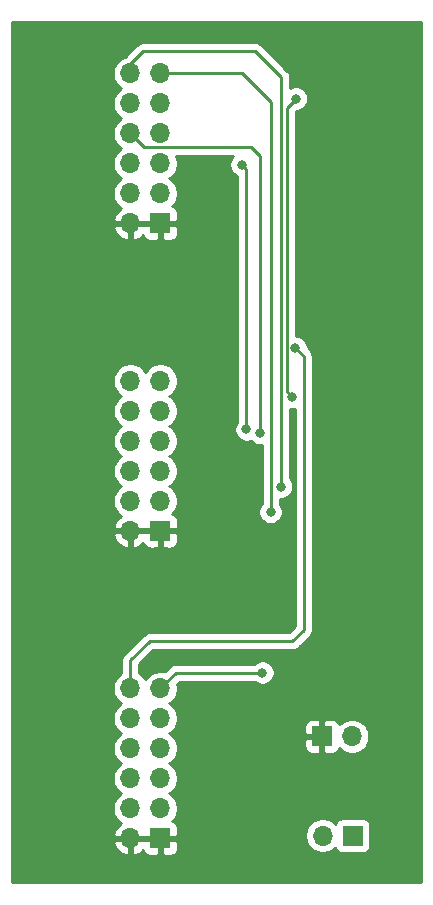
<source format=gbr>
%TF.GenerationSoftware,KiCad,Pcbnew,5.1.8-db9833491~88~ubuntu20.04.1*%
%TF.CreationDate,2020-12-04T12:29:55-05:00*%
%TF.ProjectId,lcd_pmod_breakout,6c63645f-706d-46f6-945f-627265616b6f,rev?*%
%TF.SameCoordinates,Original*%
%TF.FileFunction,Copper,L2,Bot*%
%TF.FilePolarity,Positive*%
%FSLAX46Y46*%
G04 Gerber Fmt 4.6, Leading zero omitted, Abs format (unit mm)*
G04 Created by KiCad (PCBNEW 5.1.8-db9833491~88~ubuntu20.04.1) date 2020-12-04 12:29:55*
%MOMM*%
%LPD*%
G01*
G04 APERTURE LIST*
%TA.AperFunction,ComponentPad*%
%ADD10R,1.700000X1.700000*%
%TD*%
%TA.AperFunction,ComponentPad*%
%ADD11O,1.700000X1.700000*%
%TD*%
%TA.AperFunction,ViaPad*%
%ADD12C,0.800000*%
%TD*%
%TA.AperFunction,Conductor*%
%ADD13C,0.250000*%
%TD*%
%TA.AperFunction,Conductor*%
%ADD14C,0.254000*%
%TD*%
%TA.AperFunction,Conductor*%
%ADD15C,0.100000*%
%TD*%
G04 APERTURE END LIST*
D10*
%TO.P,J1,1*%
%TO.N,+3.3VA*%
X94615000Y-97790000D03*
D11*
%TO.P,J1,2*%
X92075000Y-97790000D03*
%TO.P,J1,3*%
%TO.N,GND*%
X94615000Y-95250000D03*
%TO.P,J1,4*%
X92075000Y-95250000D03*
%TO.P,J1,5*%
%TO.N,/LED_R0*%
X94615000Y-92710000D03*
%TO.P,J1,6*%
%TO.N,/LCD_R1*%
X92075000Y-92710000D03*
%TO.P,J1,7*%
%TO.N,/LCD_R2*%
X94615000Y-90170000D03*
%TO.P,J1,8*%
%TO.N,/LCD_R3*%
X92075000Y-90170000D03*
%TO.P,J1,9*%
%TO.N,/LCD_R4*%
X94615000Y-87630000D03*
%TO.P,J1,10*%
%TO.N,/LCD_R5*%
X92075000Y-87630000D03*
%TO.P,J1,11*%
%TO.N,/LCD_CLK*%
X94615000Y-85090000D03*
%TO.P,J1,12*%
%TO.N,/LCD_DEN*%
X92075000Y-85090000D03*
%TD*%
%TO.P,J2,12*%
%TO.N,/LCD_VS*%
X92075000Y-33020000D03*
%TO.P,J2,11*%
%TO.N,/LCD_HS*%
X94615000Y-33020000D03*
%TO.P,J2,10*%
%TO.N,/LCD_G5*%
X92075000Y-35560000D03*
%TO.P,J2,9*%
%TO.N,/LCD_G4*%
X94615000Y-35560000D03*
%TO.P,J2,8*%
%TO.N,/LCD_G3*%
X92075000Y-38100000D03*
%TO.P,J2,7*%
%TO.N,/LED_G2*%
X94615000Y-38100000D03*
%TO.P,J2,6*%
%TO.N,/LED_B1*%
X92075000Y-40640000D03*
%TO.P,J2,5*%
%TO.N,/LED_G0*%
X94615000Y-40640000D03*
%TO.P,J2,4*%
%TO.N,GND*%
X92075000Y-43180000D03*
%TO.P,J2,3*%
X94615000Y-43180000D03*
%TO.P,J2,2*%
%TO.N,+3.3VA*%
X92075000Y-45720000D03*
D10*
%TO.P,J2,1*%
X94615000Y-45720000D03*
%TD*%
%TO.P,J3,1*%
%TO.N,+3.3VA*%
X94615000Y-71755000D03*
D11*
%TO.P,J3,2*%
X92075000Y-71755000D03*
%TO.P,J3,3*%
%TO.N,GND*%
X94615000Y-69215000D03*
%TO.P,J3,4*%
X92075000Y-69215000D03*
%TO.P,J3,5*%
%TO.N,/LED_B0*%
X94615000Y-66675000D03*
%TO.P,J3,6*%
%TO.N,/LCD_B1*%
X92075000Y-66675000D03*
%TO.P,J3,7*%
%TO.N,/LCD_B2*%
X94615000Y-64135000D03*
%TO.P,J3,8*%
%TO.N,/LCD_B3*%
X92075000Y-64135000D03*
%TO.P,J3,9*%
%TO.N,/LCD_B4*%
X94615000Y-61595000D03*
%TO.P,J3,10*%
%TO.N,/LCD_B5*%
X92075000Y-61595000D03*
%TO.P,J3,11*%
%TO.N,/LCD_REV*%
X94615000Y-59055000D03*
%TO.P,J3,12*%
%TO.N,/LCD_DISP*%
X92075000Y-59055000D03*
%TD*%
D10*
%TO.P,J4,1*%
%TO.N,+3V3*%
X110900000Y-97550000D03*
D11*
%TO.P,J4,2*%
%TO.N,GND*%
X108360000Y-97550000D03*
%TD*%
D10*
%TO.P,J6,1*%
%TO.N,+3.3VA*%
X108300000Y-89150000D03*
D11*
%TO.P,J6,2*%
%TO.N,+3V3*%
X110840000Y-89150000D03*
%TD*%
D12*
%TO.N,/LCD_CLK*%
X103250000Y-83750000D03*
%TO.N,/LCD_DEN*%
X106050000Y-56250000D03*
%TO.N,/LCD_VS*%
X104850000Y-68000000D03*
%TO.N,/LCD_HS*%
X103950000Y-70150000D03*
%TO.N,/LCD_G5*%
X105800000Y-60400000D03*
X106100000Y-35150000D03*
%TO.N,/LCD_G4*%
X101900000Y-63150000D03*
X101500000Y-40750000D03*
%TO.N,/LCD_G3*%
X103050000Y-63450000D03*
%TD*%
D13*
%TO.N,/LCD_CLK*%
X95955000Y-83750000D02*
X94615000Y-85090000D01*
X103250000Y-83750000D02*
X95955000Y-83750000D01*
%TO.N,/LCD_DEN*%
X92075000Y-85090000D02*
X92075000Y-82725000D01*
X92075000Y-82725000D02*
X93700000Y-81100000D01*
X93700000Y-81100000D02*
X105800000Y-81100000D01*
X105800000Y-81100000D02*
X106750000Y-80150000D01*
X106750000Y-80150000D02*
X106750000Y-62100000D01*
X106750000Y-62100000D02*
X106750000Y-56950000D01*
X106750000Y-56950000D02*
X106050000Y-56250000D01*
%TO.N,/LCD_VS*%
X92075000Y-32225000D02*
X92075000Y-33020000D01*
X93150000Y-31150000D02*
X92075000Y-32225000D01*
X102650000Y-31150000D02*
X93150000Y-31150000D01*
X104850000Y-33350000D02*
X102650000Y-31150000D01*
X104850000Y-68000000D02*
X104850000Y-33350000D01*
%TO.N,/LCD_HS*%
X103950000Y-70150000D02*
X103950000Y-35450000D01*
X101520000Y-33020000D02*
X94615000Y-33020000D01*
X103950000Y-35450000D02*
X101520000Y-33020000D01*
%TO.N,/LCD_G5*%
X105324999Y-59924999D02*
X105324999Y-35925001D01*
X105800000Y-60400000D02*
X105324999Y-59924999D01*
X105324999Y-35925001D02*
X106100000Y-35150000D01*
%TO.N,/LCD_G4*%
X101900000Y-63150000D02*
X101900000Y-41150000D01*
X101900000Y-41150000D02*
X101500000Y-40750000D01*
%TO.N,/LCD_G3*%
X103050000Y-63450000D02*
X103050000Y-40050000D01*
X93250001Y-39275001D02*
X92075000Y-38100000D01*
X102275001Y-39275001D02*
X93250001Y-39275001D01*
X103050000Y-40050000D02*
X102275001Y-39275001D01*
%TD*%
D14*
%TO.N,+3.3VA*%
X116713000Y-101473000D02*
X82042000Y-101473000D01*
X82042000Y-98146890D01*
X90633524Y-98146890D01*
X90678175Y-98294099D01*
X90803359Y-98556920D01*
X90977412Y-98790269D01*
X91193645Y-98985178D01*
X91443748Y-99134157D01*
X91718109Y-99231481D01*
X91948000Y-99110814D01*
X91948000Y-97917000D01*
X92202000Y-97917000D01*
X92202000Y-99110814D01*
X92431891Y-99231481D01*
X92706252Y-99134157D01*
X92956355Y-98985178D01*
X93152502Y-98808374D01*
X93175498Y-98884180D01*
X93234463Y-98994494D01*
X93313815Y-99091185D01*
X93410506Y-99170537D01*
X93520820Y-99229502D01*
X93640518Y-99265812D01*
X93765000Y-99278072D01*
X94329250Y-99275000D01*
X94488000Y-99116250D01*
X94488000Y-97917000D01*
X94742000Y-97917000D01*
X94742000Y-99116250D01*
X94900750Y-99275000D01*
X95465000Y-99278072D01*
X95589482Y-99265812D01*
X95709180Y-99229502D01*
X95819494Y-99170537D01*
X95916185Y-99091185D01*
X95995537Y-98994494D01*
X96054502Y-98884180D01*
X96090812Y-98764482D01*
X96103072Y-98640000D01*
X96100000Y-98075750D01*
X95941250Y-97917000D01*
X94742000Y-97917000D01*
X94488000Y-97917000D01*
X92202000Y-97917000D01*
X91948000Y-97917000D01*
X90754845Y-97917000D01*
X90633524Y-98146890D01*
X82042000Y-98146890D01*
X82042000Y-72111890D01*
X90633524Y-72111890D01*
X90678175Y-72259099D01*
X90803359Y-72521920D01*
X90977412Y-72755269D01*
X91193645Y-72950178D01*
X91443748Y-73099157D01*
X91718109Y-73196481D01*
X91948000Y-73075814D01*
X91948000Y-71882000D01*
X92202000Y-71882000D01*
X92202000Y-73075814D01*
X92431891Y-73196481D01*
X92706252Y-73099157D01*
X92956355Y-72950178D01*
X93152502Y-72773374D01*
X93175498Y-72849180D01*
X93234463Y-72959494D01*
X93313815Y-73056185D01*
X93410506Y-73135537D01*
X93520820Y-73194502D01*
X93640518Y-73230812D01*
X93765000Y-73243072D01*
X94329250Y-73240000D01*
X94488000Y-73081250D01*
X94488000Y-71882000D01*
X94742000Y-71882000D01*
X94742000Y-73081250D01*
X94900750Y-73240000D01*
X95465000Y-73243072D01*
X95589482Y-73230812D01*
X95709180Y-73194502D01*
X95819494Y-73135537D01*
X95916185Y-73056185D01*
X95995537Y-72959494D01*
X96054502Y-72849180D01*
X96090812Y-72729482D01*
X96103072Y-72605000D01*
X96100000Y-72040750D01*
X95941250Y-71882000D01*
X94742000Y-71882000D01*
X94488000Y-71882000D01*
X92202000Y-71882000D01*
X91948000Y-71882000D01*
X90754845Y-71882000D01*
X90633524Y-72111890D01*
X82042000Y-72111890D01*
X82042000Y-58908740D01*
X90590000Y-58908740D01*
X90590000Y-59201260D01*
X90647068Y-59488158D01*
X90759010Y-59758411D01*
X90921525Y-60001632D01*
X91128368Y-60208475D01*
X91302760Y-60325000D01*
X91128368Y-60441525D01*
X90921525Y-60648368D01*
X90759010Y-60891589D01*
X90647068Y-61161842D01*
X90590000Y-61448740D01*
X90590000Y-61741260D01*
X90647068Y-62028158D01*
X90759010Y-62298411D01*
X90921525Y-62541632D01*
X91128368Y-62748475D01*
X91302760Y-62865000D01*
X91128368Y-62981525D01*
X90921525Y-63188368D01*
X90759010Y-63431589D01*
X90647068Y-63701842D01*
X90590000Y-63988740D01*
X90590000Y-64281260D01*
X90647068Y-64568158D01*
X90759010Y-64838411D01*
X90921525Y-65081632D01*
X91128368Y-65288475D01*
X91302760Y-65405000D01*
X91128368Y-65521525D01*
X90921525Y-65728368D01*
X90759010Y-65971589D01*
X90647068Y-66241842D01*
X90590000Y-66528740D01*
X90590000Y-66821260D01*
X90647068Y-67108158D01*
X90759010Y-67378411D01*
X90921525Y-67621632D01*
X91128368Y-67828475D01*
X91302760Y-67945000D01*
X91128368Y-68061525D01*
X90921525Y-68268368D01*
X90759010Y-68511589D01*
X90647068Y-68781842D01*
X90590000Y-69068740D01*
X90590000Y-69361260D01*
X90647068Y-69648158D01*
X90759010Y-69918411D01*
X90921525Y-70161632D01*
X91128368Y-70368475D01*
X91310534Y-70490195D01*
X91193645Y-70559822D01*
X90977412Y-70754731D01*
X90803359Y-70988080D01*
X90678175Y-71250901D01*
X90633524Y-71398110D01*
X90754845Y-71628000D01*
X91948000Y-71628000D01*
X91948000Y-71608000D01*
X92202000Y-71608000D01*
X92202000Y-71628000D01*
X94488000Y-71628000D01*
X94488000Y-71608000D01*
X94742000Y-71608000D01*
X94742000Y-71628000D01*
X95941250Y-71628000D01*
X96100000Y-71469250D01*
X96103072Y-70905000D01*
X96090812Y-70780518D01*
X96054502Y-70660820D01*
X95995537Y-70550506D01*
X95916185Y-70453815D01*
X95819494Y-70374463D01*
X95709180Y-70315498D01*
X95636620Y-70293487D01*
X95768475Y-70161632D01*
X95930990Y-69918411D01*
X96042932Y-69648158D01*
X96100000Y-69361260D01*
X96100000Y-69068740D01*
X96042932Y-68781842D01*
X95930990Y-68511589D01*
X95768475Y-68268368D01*
X95561632Y-68061525D01*
X95387240Y-67945000D01*
X95561632Y-67828475D01*
X95768475Y-67621632D01*
X95930990Y-67378411D01*
X96042932Y-67108158D01*
X96100000Y-66821260D01*
X96100000Y-66528740D01*
X96042932Y-66241842D01*
X95930990Y-65971589D01*
X95768475Y-65728368D01*
X95561632Y-65521525D01*
X95387240Y-65405000D01*
X95561632Y-65288475D01*
X95768475Y-65081632D01*
X95930990Y-64838411D01*
X96042932Y-64568158D01*
X96100000Y-64281260D01*
X96100000Y-63988740D01*
X96042932Y-63701842D01*
X95930990Y-63431589D01*
X95768475Y-63188368D01*
X95561632Y-62981525D01*
X95387240Y-62865000D01*
X95561632Y-62748475D01*
X95768475Y-62541632D01*
X95930990Y-62298411D01*
X96042932Y-62028158D01*
X96100000Y-61741260D01*
X96100000Y-61448740D01*
X96042932Y-61161842D01*
X95930990Y-60891589D01*
X95768475Y-60648368D01*
X95561632Y-60441525D01*
X95387240Y-60325000D01*
X95561632Y-60208475D01*
X95768475Y-60001632D01*
X95930990Y-59758411D01*
X96042932Y-59488158D01*
X96100000Y-59201260D01*
X96100000Y-58908740D01*
X96042932Y-58621842D01*
X95930990Y-58351589D01*
X95768475Y-58108368D01*
X95561632Y-57901525D01*
X95318411Y-57739010D01*
X95048158Y-57627068D01*
X94761260Y-57570000D01*
X94468740Y-57570000D01*
X94181842Y-57627068D01*
X93911589Y-57739010D01*
X93668368Y-57901525D01*
X93461525Y-58108368D01*
X93345000Y-58282760D01*
X93228475Y-58108368D01*
X93021632Y-57901525D01*
X92778411Y-57739010D01*
X92508158Y-57627068D01*
X92221260Y-57570000D01*
X91928740Y-57570000D01*
X91641842Y-57627068D01*
X91371589Y-57739010D01*
X91128368Y-57901525D01*
X90921525Y-58108368D01*
X90759010Y-58351589D01*
X90647068Y-58621842D01*
X90590000Y-58908740D01*
X82042000Y-58908740D01*
X82042000Y-46076890D01*
X90633524Y-46076890D01*
X90678175Y-46224099D01*
X90803359Y-46486920D01*
X90977412Y-46720269D01*
X91193645Y-46915178D01*
X91443748Y-47064157D01*
X91718109Y-47161481D01*
X91948000Y-47040814D01*
X91948000Y-45847000D01*
X92202000Y-45847000D01*
X92202000Y-47040814D01*
X92431891Y-47161481D01*
X92706252Y-47064157D01*
X92956355Y-46915178D01*
X93152502Y-46738374D01*
X93175498Y-46814180D01*
X93234463Y-46924494D01*
X93313815Y-47021185D01*
X93410506Y-47100537D01*
X93520820Y-47159502D01*
X93640518Y-47195812D01*
X93765000Y-47208072D01*
X94329250Y-47205000D01*
X94488000Y-47046250D01*
X94488000Y-45847000D01*
X94742000Y-45847000D01*
X94742000Y-47046250D01*
X94900750Y-47205000D01*
X95465000Y-47208072D01*
X95589482Y-47195812D01*
X95709180Y-47159502D01*
X95819494Y-47100537D01*
X95916185Y-47021185D01*
X95995537Y-46924494D01*
X96054502Y-46814180D01*
X96090812Y-46694482D01*
X96103072Y-46570000D01*
X96100000Y-46005750D01*
X95941250Y-45847000D01*
X94742000Y-45847000D01*
X94488000Y-45847000D01*
X92202000Y-45847000D01*
X91948000Y-45847000D01*
X90754845Y-45847000D01*
X90633524Y-46076890D01*
X82042000Y-46076890D01*
X82042000Y-32873740D01*
X90590000Y-32873740D01*
X90590000Y-33166260D01*
X90647068Y-33453158D01*
X90759010Y-33723411D01*
X90921525Y-33966632D01*
X91128368Y-34173475D01*
X91302760Y-34290000D01*
X91128368Y-34406525D01*
X90921525Y-34613368D01*
X90759010Y-34856589D01*
X90647068Y-35126842D01*
X90590000Y-35413740D01*
X90590000Y-35706260D01*
X90647068Y-35993158D01*
X90759010Y-36263411D01*
X90921525Y-36506632D01*
X91128368Y-36713475D01*
X91302760Y-36830000D01*
X91128368Y-36946525D01*
X90921525Y-37153368D01*
X90759010Y-37396589D01*
X90647068Y-37666842D01*
X90590000Y-37953740D01*
X90590000Y-38246260D01*
X90647068Y-38533158D01*
X90759010Y-38803411D01*
X90921525Y-39046632D01*
X91128368Y-39253475D01*
X91302760Y-39370000D01*
X91128368Y-39486525D01*
X90921525Y-39693368D01*
X90759010Y-39936589D01*
X90647068Y-40206842D01*
X90590000Y-40493740D01*
X90590000Y-40786260D01*
X90647068Y-41073158D01*
X90759010Y-41343411D01*
X90921525Y-41586632D01*
X91128368Y-41793475D01*
X91302760Y-41910000D01*
X91128368Y-42026525D01*
X90921525Y-42233368D01*
X90759010Y-42476589D01*
X90647068Y-42746842D01*
X90590000Y-43033740D01*
X90590000Y-43326260D01*
X90647068Y-43613158D01*
X90759010Y-43883411D01*
X90921525Y-44126632D01*
X91128368Y-44333475D01*
X91310534Y-44455195D01*
X91193645Y-44524822D01*
X90977412Y-44719731D01*
X90803359Y-44953080D01*
X90678175Y-45215901D01*
X90633524Y-45363110D01*
X90754845Y-45593000D01*
X91948000Y-45593000D01*
X91948000Y-45573000D01*
X92202000Y-45573000D01*
X92202000Y-45593000D01*
X94488000Y-45593000D01*
X94488000Y-45573000D01*
X94742000Y-45573000D01*
X94742000Y-45593000D01*
X95941250Y-45593000D01*
X96100000Y-45434250D01*
X96103072Y-44870000D01*
X96090812Y-44745518D01*
X96054502Y-44625820D01*
X95995537Y-44515506D01*
X95916185Y-44418815D01*
X95819494Y-44339463D01*
X95709180Y-44280498D01*
X95636620Y-44258487D01*
X95768475Y-44126632D01*
X95930990Y-43883411D01*
X96042932Y-43613158D01*
X96100000Y-43326260D01*
X96100000Y-43033740D01*
X96042932Y-42746842D01*
X95930990Y-42476589D01*
X95768475Y-42233368D01*
X95561632Y-42026525D01*
X95387240Y-41910000D01*
X95561632Y-41793475D01*
X95768475Y-41586632D01*
X95930990Y-41343411D01*
X96042932Y-41073158D01*
X96100000Y-40786260D01*
X96100000Y-40493740D01*
X96042932Y-40206842D01*
X95971753Y-40035001D01*
X100751288Y-40035001D01*
X100696063Y-40090226D01*
X100582795Y-40259744D01*
X100504774Y-40448102D01*
X100465000Y-40648061D01*
X100465000Y-40851939D01*
X100504774Y-41051898D01*
X100582795Y-41240256D01*
X100696063Y-41409774D01*
X100840226Y-41553937D01*
X101009744Y-41667205D01*
X101140001Y-41721160D01*
X101140000Y-62446289D01*
X101096063Y-62490226D01*
X100982795Y-62659744D01*
X100904774Y-62848102D01*
X100865000Y-63048061D01*
X100865000Y-63251939D01*
X100904774Y-63451898D01*
X100982795Y-63640256D01*
X101096063Y-63809774D01*
X101240226Y-63953937D01*
X101409744Y-64067205D01*
X101598102Y-64145226D01*
X101798061Y-64185000D01*
X102001939Y-64185000D01*
X102201898Y-64145226D01*
X102258196Y-64121907D01*
X102390226Y-64253937D01*
X102559744Y-64367205D01*
X102748102Y-64445226D01*
X102948061Y-64485000D01*
X103151939Y-64485000D01*
X103190000Y-64477429D01*
X103190000Y-69446289D01*
X103146063Y-69490226D01*
X103032795Y-69659744D01*
X102954774Y-69848102D01*
X102915000Y-70048061D01*
X102915000Y-70251939D01*
X102954774Y-70451898D01*
X103032795Y-70640256D01*
X103146063Y-70809774D01*
X103290226Y-70953937D01*
X103459744Y-71067205D01*
X103648102Y-71145226D01*
X103848061Y-71185000D01*
X104051939Y-71185000D01*
X104251898Y-71145226D01*
X104440256Y-71067205D01*
X104609774Y-70953937D01*
X104753937Y-70809774D01*
X104867205Y-70640256D01*
X104945226Y-70451898D01*
X104985000Y-70251939D01*
X104985000Y-70048061D01*
X104945226Y-69848102D01*
X104867205Y-69659744D01*
X104753937Y-69490226D01*
X104710000Y-69446289D01*
X104710000Y-69027429D01*
X104748061Y-69035000D01*
X104951939Y-69035000D01*
X105151898Y-68995226D01*
X105340256Y-68917205D01*
X105509774Y-68803937D01*
X105653937Y-68659774D01*
X105767205Y-68490256D01*
X105845226Y-68301898D01*
X105885000Y-68101939D01*
X105885000Y-67898061D01*
X105845226Y-67698102D01*
X105767205Y-67509744D01*
X105653937Y-67340226D01*
X105610000Y-67296289D01*
X105610000Y-61417484D01*
X105698061Y-61435000D01*
X105901939Y-61435000D01*
X105990000Y-61417484D01*
X105990000Y-62137332D01*
X105990001Y-62137342D01*
X105990000Y-79835198D01*
X105485199Y-80340000D01*
X93737322Y-80340000D01*
X93699999Y-80336324D01*
X93662676Y-80340000D01*
X93662667Y-80340000D01*
X93551014Y-80350997D01*
X93407753Y-80394454D01*
X93275723Y-80465026D01*
X93192083Y-80533668D01*
X93159999Y-80559999D01*
X93136201Y-80588997D01*
X91563998Y-82161201D01*
X91535000Y-82184999D01*
X91511202Y-82213997D01*
X91511201Y-82213998D01*
X91440026Y-82300724D01*
X91369454Y-82432754D01*
X91325998Y-82576015D01*
X91311324Y-82725000D01*
X91315001Y-82762332D01*
X91315001Y-83811821D01*
X91128368Y-83936525D01*
X90921525Y-84143368D01*
X90759010Y-84386589D01*
X90647068Y-84656842D01*
X90590000Y-84943740D01*
X90590000Y-85236260D01*
X90647068Y-85523158D01*
X90759010Y-85793411D01*
X90921525Y-86036632D01*
X91128368Y-86243475D01*
X91302760Y-86360000D01*
X91128368Y-86476525D01*
X90921525Y-86683368D01*
X90759010Y-86926589D01*
X90647068Y-87196842D01*
X90590000Y-87483740D01*
X90590000Y-87776260D01*
X90647068Y-88063158D01*
X90759010Y-88333411D01*
X90921525Y-88576632D01*
X91128368Y-88783475D01*
X91302760Y-88900000D01*
X91128368Y-89016525D01*
X90921525Y-89223368D01*
X90759010Y-89466589D01*
X90647068Y-89736842D01*
X90590000Y-90023740D01*
X90590000Y-90316260D01*
X90647068Y-90603158D01*
X90759010Y-90873411D01*
X90921525Y-91116632D01*
X91128368Y-91323475D01*
X91302760Y-91440000D01*
X91128368Y-91556525D01*
X90921525Y-91763368D01*
X90759010Y-92006589D01*
X90647068Y-92276842D01*
X90590000Y-92563740D01*
X90590000Y-92856260D01*
X90647068Y-93143158D01*
X90759010Y-93413411D01*
X90921525Y-93656632D01*
X91128368Y-93863475D01*
X91302760Y-93980000D01*
X91128368Y-94096525D01*
X90921525Y-94303368D01*
X90759010Y-94546589D01*
X90647068Y-94816842D01*
X90590000Y-95103740D01*
X90590000Y-95396260D01*
X90647068Y-95683158D01*
X90759010Y-95953411D01*
X90921525Y-96196632D01*
X91128368Y-96403475D01*
X91310534Y-96525195D01*
X91193645Y-96594822D01*
X90977412Y-96789731D01*
X90803359Y-97023080D01*
X90678175Y-97285901D01*
X90633524Y-97433110D01*
X90754845Y-97663000D01*
X91948000Y-97663000D01*
X91948000Y-97643000D01*
X92202000Y-97643000D01*
X92202000Y-97663000D01*
X94488000Y-97663000D01*
X94488000Y-97643000D01*
X94742000Y-97643000D01*
X94742000Y-97663000D01*
X95941250Y-97663000D01*
X96100000Y-97504250D01*
X96100547Y-97403740D01*
X106875000Y-97403740D01*
X106875000Y-97696260D01*
X106932068Y-97983158D01*
X107044010Y-98253411D01*
X107206525Y-98496632D01*
X107413368Y-98703475D01*
X107656589Y-98865990D01*
X107926842Y-98977932D01*
X108213740Y-99035000D01*
X108506260Y-99035000D01*
X108793158Y-98977932D01*
X109063411Y-98865990D01*
X109306632Y-98703475D01*
X109438487Y-98571620D01*
X109460498Y-98644180D01*
X109519463Y-98754494D01*
X109598815Y-98851185D01*
X109695506Y-98930537D01*
X109805820Y-98989502D01*
X109925518Y-99025812D01*
X110050000Y-99038072D01*
X111750000Y-99038072D01*
X111874482Y-99025812D01*
X111994180Y-98989502D01*
X112104494Y-98930537D01*
X112201185Y-98851185D01*
X112280537Y-98754494D01*
X112339502Y-98644180D01*
X112375812Y-98524482D01*
X112388072Y-98400000D01*
X112388072Y-96700000D01*
X112375812Y-96575518D01*
X112339502Y-96455820D01*
X112280537Y-96345506D01*
X112201185Y-96248815D01*
X112104494Y-96169463D01*
X111994180Y-96110498D01*
X111874482Y-96074188D01*
X111750000Y-96061928D01*
X110050000Y-96061928D01*
X109925518Y-96074188D01*
X109805820Y-96110498D01*
X109695506Y-96169463D01*
X109598815Y-96248815D01*
X109519463Y-96345506D01*
X109460498Y-96455820D01*
X109438487Y-96528380D01*
X109306632Y-96396525D01*
X109063411Y-96234010D01*
X108793158Y-96122068D01*
X108506260Y-96065000D01*
X108213740Y-96065000D01*
X107926842Y-96122068D01*
X107656589Y-96234010D01*
X107413368Y-96396525D01*
X107206525Y-96603368D01*
X107044010Y-96846589D01*
X106932068Y-97116842D01*
X106875000Y-97403740D01*
X96100547Y-97403740D01*
X96103072Y-96940000D01*
X96090812Y-96815518D01*
X96054502Y-96695820D01*
X95995537Y-96585506D01*
X95916185Y-96488815D01*
X95819494Y-96409463D01*
X95709180Y-96350498D01*
X95636620Y-96328487D01*
X95768475Y-96196632D01*
X95930990Y-95953411D01*
X96042932Y-95683158D01*
X96100000Y-95396260D01*
X96100000Y-95103740D01*
X96042932Y-94816842D01*
X95930990Y-94546589D01*
X95768475Y-94303368D01*
X95561632Y-94096525D01*
X95387240Y-93980000D01*
X95561632Y-93863475D01*
X95768475Y-93656632D01*
X95930990Y-93413411D01*
X96042932Y-93143158D01*
X96100000Y-92856260D01*
X96100000Y-92563740D01*
X96042932Y-92276842D01*
X95930990Y-92006589D01*
X95768475Y-91763368D01*
X95561632Y-91556525D01*
X95387240Y-91440000D01*
X95561632Y-91323475D01*
X95768475Y-91116632D01*
X95930990Y-90873411D01*
X96042932Y-90603158D01*
X96100000Y-90316260D01*
X96100000Y-90023740D01*
X96095278Y-90000000D01*
X106811928Y-90000000D01*
X106824188Y-90124482D01*
X106860498Y-90244180D01*
X106919463Y-90354494D01*
X106998815Y-90451185D01*
X107095506Y-90530537D01*
X107205820Y-90589502D01*
X107325518Y-90625812D01*
X107450000Y-90638072D01*
X108014250Y-90635000D01*
X108173000Y-90476250D01*
X108173000Y-89277000D01*
X106973750Y-89277000D01*
X106815000Y-89435750D01*
X106811928Y-90000000D01*
X96095278Y-90000000D01*
X96042932Y-89736842D01*
X95930990Y-89466589D01*
X95768475Y-89223368D01*
X95561632Y-89016525D01*
X95387240Y-88900000D01*
X95561632Y-88783475D01*
X95768475Y-88576632D01*
X95930990Y-88333411D01*
X95944829Y-88300000D01*
X106811928Y-88300000D01*
X106815000Y-88864250D01*
X106973750Y-89023000D01*
X108173000Y-89023000D01*
X108173000Y-87823750D01*
X108427000Y-87823750D01*
X108427000Y-89023000D01*
X108447000Y-89023000D01*
X108447000Y-89277000D01*
X108427000Y-89277000D01*
X108427000Y-90476250D01*
X108585750Y-90635000D01*
X109150000Y-90638072D01*
X109274482Y-90625812D01*
X109394180Y-90589502D01*
X109504494Y-90530537D01*
X109601185Y-90451185D01*
X109680537Y-90354494D01*
X109739502Y-90244180D01*
X109761513Y-90171620D01*
X109893368Y-90303475D01*
X110136589Y-90465990D01*
X110406842Y-90577932D01*
X110693740Y-90635000D01*
X110986260Y-90635000D01*
X111273158Y-90577932D01*
X111543411Y-90465990D01*
X111786632Y-90303475D01*
X111993475Y-90096632D01*
X112155990Y-89853411D01*
X112267932Y-89583158D01*
X112325000Y-89296260D01*
X112325000Y-89003740D01*
X112267932Y-88716842D01*
X112155990Y-88446589D01*
X111993475Y-88203368D01*
X111786632Y-87996525D01*
X111543411Y-87834010D01*
X111273158Y-87722068D01*
X110986260Y-87665000D01*
X110693740Y-87665000D01*
X110406842Y-87722068D01*
X110136589Y-87834010D01*
X109893368Y-87996525D01*
X109761513Y-88128380D01*
X109739502Y-88055820D01*
X109680537Y-87945506D01*
X109601185Y-87848815D01*
X109504494Y-87769463D01*
X109394180Y-87710498D01*
X109274482Y-87674188D01*
X109150000Y-87661928D01*
X108585750Y-87665000D01*
X108427000Y-87823750D01*
X108173000Y-87823750D01*
X108014250Y-87665000D01*
X107450000Y-87661928D01*
X107325518Y-87674188D01*
X107205820Y-87710498D01*
X107095506Y-87769463D01*
X106998815Y-87848815D01*
X106919463Y-87945506D01*
X106860498Y-88055820D01*
X106824188Y-88175518D01*
X106811928Y-88300000D01*
X95944829Y-88300000D01*
X96042932Y-88063158D01*
X96100000Y-87776260D01*
X96100000Y-87483740D01*
X96042932Y-87196842D01*
X95930990Y-86926589D01*
X95768475Y-86683368D01*
X95561632Y-86476525D01*
X95387240Y-86360000D01*
X95561632Y-86243475D01*
X95768475Y-86036632D01*
X95930990Y-85793411D01*
X96042932Y-85523158D01*
X96100000Y-85236260D01*
X96100000Y-84943740D01*
X96056210Y-84723592D01*
X96269802Y-84510000D01*
X102546289Y-84510000D01*
X102590226Y-84553937D01*
X102759744Y-84667205D01*
X102948102Y-84745226D01*
X103148061Y-84785000D01*
X103351939Y-84785000D01*
X103551898Y-84745226D01*
X103740256Y-84667205D01*
X103909774Y-84553937D01*
X104053937Y-84409774D01*
X104167205Y-84240256D01*
X104245226Y-84051898D01*
X104285000Y-83851939D01*
X104285000Y-83648061D01*
X104245226Y-83448102D01*
X104167205Y-83259744D01*
X104053937Y-83090226D01*
X103909774Y-82946063D01*
X103740256Y-82832795D01*
X103551898Y-82754774D01*
X103351939Y-82715000D01*
X103148061Y-82715000D01*
X102948102Y-82754774D01*
X102759744Y-82832795D01*
X102590226Y-82946063D01*
X102546289Y-82990000D01*
X95992322Y-82990000D01*
X95954999Y-82986324D01*
X95917676Y-82990000D01*
X95917667Y-82990000D01*
X95806014Y-83000997D01*
X95662753Y-83044454D01*
X95530724Y-83115026D01*
X95414999Y-83209999D01*
X95391201Y-83238997D01*
X94981408Y-83648790D01*
X94761260Y-83605000D01*
X94468740Y-83605000D01*
X94181842Y-83662068D01*
X93911589Y-83774010D01*
X93668368Y-83936525D01*
X93461525Y-84143368D01*
X93345000Y-84317760D01*
X93228475Y-84143368D01*
X93021632Y-83936525D01*
X92835000Y-83811822D01*
X92835000Y-83039801D01*
X94014802Y-81860000D01*
X105762678Y-81860000D01*
X105800000Y-81863676D01*
X105837322Y-81860000D01*
X105837333Y-81860000D01*
X105948986Y-81849003D01*
X106092247Y-81805546D01*
X106224276Y-81734974D01*
X106340001Y-81640001D01*
X106363804Y-81610998D01*
X107261004Y-80713798D01*
X107290001Y-80690001D01*
X107316332Y-80657917D01*
X107384974Y-80574277D01*
X107455546Y-80442247D01*
X107455546Y-80442246D01*
X107499003Y-80298986D01*
X107510000Y-80187333D01*
X107510000Y-80187323D01*
X107513676Y-80150000D01*
X107510000Y-80112677D01*
X107510000Y-56987322D01*
X107513676Y-56949999D01*
X107510000Y-56912676D01*
X107510000Y-56912667D01*
X107499003Y-56801014D01*
X107455546Y-56657753D01*
X107384974Y-56525724D01*
X107371811Y-56509685D01*
X107313799Y-56438996D01*
X107313795Y-56438992D01*
X107290001Y-56409999D01*
X107261008Y-56386205D01*
X107085000Y-56210198D01*
X107085000Y-56148061D01*
X107045226Y-55948102D01*
X106967205Y-55759744D01*
X106853937Y-55590226D01*
X106709774Y-55446063D01*
X106540256Y-55332795D01*
X106351898Y-55254774D01*
X106151939Y-55215000D01*
X106084999Y-55215000D01*
X106084999Y-36239802D01*
X106139801Y-36185000D01*
X106201939Y-36185000D01*
X106401898Y-36145226D01*
X106590256Y-36067205D01*
X106759774Y-35953937D01*
X106903937Y-35809774D01*
X107017205Y-35640256D01*
X107095226Y-35451898D01*
X107135000Y-35251939D01*
X107135000Y-35048061D01*
X107095226Y-34848102D01*
X107017205Y-34659744D01*
X106903937Y-34490226D01*
X106759774Y-34346063D01*
X106590256Y-34232795D01*
X106401898Y-34154774D01*
X106201939Y-34115000D01*
X105998061Y-34115000D01*
X105798102Y-34154774D01*
X105610000Y-34232689D01*
X105610000Y-33387323D01*
X105613676Y-33350000D01*
X105610000Y-33312677D01*
X105610000Y-33312667D01*
X105599003Y-33201014D01*
X105555546Y-33057753D01*
X105484974Y-32925724D01*
X105390001Y-32809999D01*
X105361003Y-32786201D01*
X103213804Y-30639003D01*
X103190001Y-30609999D01*
X103074276Y-30515026D01*
X102942247Y-30444454D01*
X102798986Y-30400997D01*
X102687333Y-30390000D01*
X102687322Y-30390000D01*
X102650000Y-30386324D01*
X102612678Y-30390000D01*
X93187333Y-30390000D01*
X93150000Y-30386323D01*
X93112667Y-30390000D01*
X93001014Y-30400997D01*
X92857753Y-30444454D01*
X92725724Y-30515026D01*
X92609999Y-30609999D01*
X92586201Y-30638997D01*
X91626971Y-31598228D01*
X91371589Y-31704010D01*
X91128368Y-31866525D01*
X90921525Y-32073368D01*
X90759010Y-32316589D01*
X90647068Y-32586842D01*
X90590000Y-32873740D01*
X82042000Y-32873740D01*
X82042000Y-28702000D01*
X116713000Y-28702000D01*
X116713000Y-101473000D01*
%TA.AperFunction,Conductor*%
D15*
G36*
X116713000Y-101473000D02*
G01*
X82042000Y-101473000D01*
X82042000Y-98146890D01*
X90633524Y-98146890D01*
X90678175Y-98294099D01*
X90803359Y-98556920D01*
X90977412Y-98790269D01*
X91193645Y-98985178D01*
X91443748Y-99134157D01*
X91718109Y-99231481D01*
X91948000Y-99110814D01*
X91948000Y-97917000D01*
X92202000Y-97917000D01*
X92202000Y-99110814D01*
X92431891Y-99231481D01*
X92706252Y-99134157D01*
X92956355Y-98985178D01*
X93152502Y-98808374D01*
X93175498Y-98884180D01*
X93234463Y-98994494D01*
X93313815Y-99091185D01*
X93410506Y-99170537D01*
X93520820Y-99229502D01*
X93640518Y-99265812D01*
X93765000Y-99278072D01*
X94329250Y-99275000D01*
X94488000Y-99116250D01*
X94488000Y-97917000D01*
X94742000Y-97917000D01*
X94742000Y-99116250D01*
X94900750Y-99275000D01*
X95465000Y-99278072D01*
X95589482Y-99265812D01*
X95709180Y-99229502D01*
X95819494Y-99170537D01*
X95916185Y-99091185D01*
X95995537Y-98994494D01*
X96054502Y-98884180D01*
X96090812Y-98764482D01*
X96103072Y-98640000D01*
X96100000Y-98075750D01*
X95941250Y-97917000D01*
X94742000Y-97917000D01*
X94488000Y-97917000D01*
X92202000Y-97917000D01*
X91948000Y-97917000D01*
X90754845Y-97917000D01*
X90633524Y-98146890D01*
X82042000Y-98146890D01*
X82042000Y-72111890D01*
X90633524Y-72111890D01*
X90678175Y-72259099D01*
X90803359Y-72521920D01*
X90977412Y-72755269D01*
X91193645Y-72950178D01*
X91443748Y-73099157D01*
X91718109Y-73196481D01*
X91948000Y-73075814D01*
X91948000Y-71882000D01*
X92202000Y-71882000D01*
X92202000Y-73075814D01*
X92431891Y-73196481D01*
X92706252Y-73099157D01*
X92956355Y-72950178D01*
X93152502Y-72773374D01*
X93175498Y-72849180D01*
X93234463Y-72959494D01*
X93313815Y-73056185D01*
X93410506Y-73135537D01*
X93520820Y-73194502D01*
X93640518Y-73230812D01*
X93765000Y-73243072D01*
X94329250Y-73240000D01*
X94488000Y-73081250D01*
X94488000Y-71882000D01*
X94742000Y-71882000D01*
X94742000Y-73081250D01*
X94900750Y-73240000D01*
X95465000Y-73243072D01*
X95589482Y-73230812D01*
X95709180Y-73194502D01*
X95819494Y-73135537D01*
X95916185Y-73056185D01*
X95995537Y-72959494D01*
X96054502Y-72849180D01*
X96090812Y-72729482D01*
X96103072Y-72605000D01*
X96100000Y-72040750D01*
X95941250Y-71882000D01*
X94742000Y-71882000D01*
X94488000Y-71882000D01*
X92202000Y-71882000D01*
X91948000Y-71882000D01*
X90754845Y-71882000D01*
X90633524Y-72111890D01*
X82042000Y-72111890D01*
X82042000Y-58908740D01*
X90590000Y-58908740D01*
X90590000Y-59201260D01*
X90647068Y-59488158D01*
X90759010Y-59758411D01*
X90921525Y-60001632D01*
X91128368Y-60208475D01*
X91302760Y-60325000D01*
X91128368Y-60441525D01*
X90921525Y-60648368D01*
X90759010Y-60891589D01*
X90647068Y-61161842D01*
X90590000Y-61448740D01*
X90590000Y-61741260D01*
X90647068Y-62028158D01*
X90759010Y-62298411D01*
X90921525Y-62541632D01*
X91128368Y-62748475D01*
X91302760Y-62865000D01*
X91128368Y-62981525D01*
X90921525Y-63188368D01*
X90759010Y-63431589D01*
X90647068Y-63701842D01*
X90590000Y-63988740D01*
X90590000Y-64281260D01*
X90647068Y-64568158D01*
X90759010Y-64838411D01*
X90921525Y-65081632D01*
X91128368Y-65288475D01*
X91302760Y-65405000D01*
X91128368Y-65521525D01*
X90921525Y-65728368D01*
X90759010Y-65971589D01*
X90647068Y-66241842D01*
X90590000Y-66528740D01*
X90590000Y-66821260D01*
X90647068Y-67108158D01*
X90759010Y-67378411D01*
X90921525Y-67621632D01*
X91128368Y-67828475D01*
X91302760Y-67945000D01*
X91128368Y-68061525D01*
X90921525Y-68268368D01*
X90759010Y-68511589D01*
X90647068Y-68781842D01*
X90590000Y-69068740D01*
X90590000Y-69361260D01*
X90647068Y-69648158D01*
X90759010Y-69918411D01*
X90921525Y-70161632D01*
X91128368Y-70368475D01*
X91310534Y-70490195D01*
X91193645Y-70559822D01*
X90977412Y-70754731D01*
X90803359Y-70988080D01*
X90678175Y-71250901D01*
X90633524Y-71398110D01*
X90754845Y-71628000D01*
X91948000Y-71628000D01*
X91948000Y-71608000D01*
X92202000Y-71608000D01*
X92202000Y-71628000D01*
X94488000Y-71628000D01*
X94488000Y-71608000D01*
X94742000Y-71608000D01*
X94742000Y-71628000D01*
X95941250Y-71628000D01*
X96100000Y-71469250D01*
X96103072Y-70905000D01*
X96090812Y-70780518D01*
X96054502Y-70660820D01*
X95995537Y-70550506D01*
X95916185Y-70453815D01*
X95819494Y-70374463D01*
X95709180Y-70315498D01*
X95636620Y-70293487D01*
X95768475Y-70161632D01*
X95930990Y-69918411D01*
X96042932Y-69648158D01*
X96100000Y-69361260D01*
X96100000Y-69068740D01*
X96042932Y-68781842D01*
X95930990Y-68511589D01*
X95768475Y-68268368D01*
X95561632Y-68061525D01*
X95387240Y-67945000D01*
X95561632Y-67828475D01*
X95768475Y-67621632D01*
X95930990Y-67378411D01*
X96042932Y-67108158D01*
X96100000Y-66821260D01*
X96100000Y-66528740D01*
X96042932Y-66241842D01*
X95930990Y-65971589D01*
X95768475Y-65728368D01*
X95561632Y-65521525D01*
X95387240Y-65405000D01*
X95561632Y-65288475D01*
X95768475Y-65081632D01*
X95930990Y-64838411D01*
X96042932Y-64568158D01*
X96100000Y-64281260D01*
X96100000Y-63988740D01*
X96042932Y-63701842D01*
X95930990Y-63431589D01*
X95768475Y-63188368D01*
X95561632Y-62981525D01*
X95387240Y-62865000D01*
X95561632Y-62748475D01*
X95768475Y-62541632D01*
X95930990Y-62298411D01*
X96042932Y-62028158D01*
X96100000Y-61741260D01*
X96100000Y-61448740D01*
X96042932Y-61161842D01*
X95930990Y-60891589D01*
X95768475Y-60648368D01*
X95561632Y-60441525D01*
X95387240Y-60325000D01*
X95561632Y-60208475D01*
X95768475Y-60001632D01*
X95930990Y-59758411D01*
X96042932Y-59488158D01*
X96100000Y-59201260D01*
X96100000Y-58908740D01*
X96042932Y-58621842D01*
X95930990Y-58351589D01*
X95768475Y-58108368D01*
X95561632Y-57901525D01*
X95318411Y-57739010D01*
X95048158Y-57627068D01*
X94761260Y-57570000D01*
X94468740Y-57570000D01*
X94181842Y-57627068D01*
X93911589Y-57739010D01*
X93668368Y-57901525D01*
X93461525Y-58108368D01*
X93345000Y-58282760D01*
X93228475Y-58108368D01*
X93021632Y-57901525D01*
X92778411Y-57739010D01*
X92508158Y-57627068D01*
X92221260Y-57570000D01*
X91928740Y-57570000D01*
X91641842Y-57627068D01*
X91371589Y-57739010D01*
X91128368Y-57901525D01*
X90921525Y-58108368D01*
X90759010Y-58351589D01*
X90647068Y-58621842D01*
X90590000Y-58908740D01*
X82042000Y-58908740D01*
X82042000Y-46076890D01*
X90633524Y-46076890D01*
X90678175Y-46224099D01*
X90803359Y-46486920D01*
X90977412Y-46720269D01*
X91193645Y-46915178D01*
X91443748Y-47064157D01*
X91718109Y-47161481D01*
X91948000Y-47040814D01*
X91948000Y-45847000D01*
X92202000Y-45847000D01*
X92202000Y-47040814D01*
X92431891Y-47161481D01*
X92706252Y-47064157D01*
X92956355Y-46915178D01*
X93152502Y-46738374D01*
X93175498Y-46814180D01*
X93234463Y-46924494D01*
X93313815Y-47021185D01*
X93410506Y-47100537D01*
X93520820Y-47159502D01*
X93640518Y-47195812D01*
X93765000Y-47208072D01*
X94329250Y-47205000D01*
X94488000Y-47046250D01*
X94488000Y-45847000D01*
X94742000Y-45847000D01*
X94742000Y-47046250D01*
X94900750Y-47205000D01*
X95465000Y-47208072D01*
X95589482Y-47195812D01*
X95709180Y-47159502D01*
X95819494Y-47100537D01*
X95916185Y-47021185D01*
X95995537Y-46924494D01*
X96054502Y-46814180D01*
X96090812Y-46694482D01*
X96103072Y-46570000D01*
X96100000Y-46005750D01*
X95941250Y-45847000D01*
X94742000Y-45847000D01*
X94488000Y-45847000D01*
X92202000Y-45847000D01*
X91948000Y-45847000D01*
X90754845Y-45847000D01*
X90633524Y-46076890D01*
X82042000Y-46076890D01*
X82042000Y-32873740D01*
X90590000Y-32873740D01*
X90590000Y-33166260D01*
X90647068Y-33453158D01*
X90759010Y-33723411D01*
X90921525Y-33966632D01*
X91128368Y-34173475D01*
X91302760Y-34290000D01*
X91128368Y-34406525D01*
X90921525Y-34613368D01*
X90759010Y-34856589D01*
X90647068Y-35126842D01*
X90590000Y-35413740D01*
X90590000Y-35706260D01*
X90647068Y-35993158D01*
X90759010Y-36263411D01*
X90921525Y-36506632D01*
X91128368Y-36713475D01*
X91302760Y-36830000D01*
X91128368Y-36946525D01*
X90921525Y-37153368D01*
X90759010Y-37396589D01*
X90647068Y-37666842D01*
X90590000Y-37953740D01*
X90590000Y-38246260D01*
X90647068Y-38533158D01*
X90759010Y-38803411D01*
X90921525Y-39046632D01*
X91128368Y-39253475D01*
X91302760Y-39370000D01*
X91128368Y-39486525D01*
X90921525Y-39693368D01*
X90759010Y-39936589D01*
X90647068Y-40206842D01*
X90590000Y-40493740D01*
X90590000Y-40786260D01*
X90647068Y-41073158D01*
X90759010Y-41343411D01*
X90921525Y-41586632D01*
X91128368Y-41793475D01*
X91302760Y-41910000D01*
X91128368Y-42026525D01*
X90921525Y-42233368D01*
X90759010Y-42476589D01*
X90647068Y-42746842D01*
X90590000Y-43033740D01*
X90590000Y-43326260D01*
X90647068Y-43613158D01*
X90759010Y-43883411D01*
X90921525Y-44126632D01*
X91128368Y-44333475D01*
X91310534Y-44455195D01*
X91193645Y-44524822D01*
X90977412Y-44719731D01*
X90803359Y-44953080D01*
X90678175Y-45215901D01*
X90633524Y-45363110D01*
X90754845Y-45593000D01*
X91948000Y-45593000D01*
X91948000Y-45573000D01*
X92202000Y-45573000D01*
X92202000Y-45593000D01*
X94488000Y-45593000D01*
X94488000Y-45573000D01*
X94742000Y-45573000D01*
X94742000Y-45593000D01*
X95941250Y-45593000D01*
X96100000Y-45434250D01*
X96103072Y-44870000D01*
X96090812Y-44745518D01*
X96054502Y-44625820D01*
X95995537Y-44515506D01*
X95916185Y-44418815D01*
X95819494Y-44339463D01*
X95709180Y-44280498D01*
X95636620Y-44258487D01*
X95768475Y-44126632D01*
X95930990Y-43883411D01*
X96042932Y-43613158D01*
X96100000Y-43326260D01*
X96100000Y-43033740D01*
X96042932Y-42746842D01*
X95930990Y-42476589D01*
X95768475Y-42233368D01*
X95561632Y-42026525D01*
X95387240Y-41910000D01*
X95561632Y-41793475D01*
X95768475Y-41586632D01*
X95930990Y-41343411D01*
X96042932Y-41073158D01*
X96100000Y-40786260D01*
X96100000Y-40493740D01*
X96042932Y-40206842D01*
X95971753Y-40035001D01*
X100751288Y-40035001D01*
X100696063Y-40090226D01*
X100582795Y-40259744D01*
X100504774Y-40448102D01*
X100465000Y-40648061D01*
X100465000Y-40851939D01*
X100504774Y-41051898D01*
X100582795Y-41240256D01*
X100696063Y-41409774D01*
X100840226Y-41553937D01*
X101009744Y-41667205D01*
X101140001Y-41721160D01*
X101140000Y-62446289D01*
X101096063Y-62490226D01*
X100982795Y-62659744D01*
X100904774Y-62848102D01*
X100865000Y-63048061D01*
X100865000Y-63251939D01*
X100904774Y-63451898D01*
X100982795Y-63640256D01*
X101096063Y-63809774D01*
X101240226Y-63953937D01*
X101409744Y-64067205D01*
X101598102Y-64145226D01*
X101798061Y-64185000D01*
X102001939Y-64185000D01*
X102201898Y-64145226D01*
X102258196Y-64121907D01*
X102390226Y-64253937D01*
X102559744Y-64367205D01*
X102748102Y-64445226D01*
X102948061Y-64485000D01*
X103151939Y-64485000D01*
X103190000Y-64477429D01*
X103190000Y-69446289D01*
X103146063Y-69490226D01*
X103032795Y-69659744D01*
X102954774Y-69848102D01*
X102915000Y-70048061D01*
X102915000Y-70251939D01*
X102954774Y-70451898D01*
X103032795Y-70640256D01*
X103146063Y-70809774D01*
X103290226Y-70953937D01*
X103459744Y-71067205D01*
X103648102Y-71145226D01*
X103848061Y-71185000D01*
X104051939Y-71185000D01*
X104251898Y-71145226D01*
X104440256Y-71067205D01*
X104609774Y-70953937D01*
X104753937Y-70809774D01*
X104867205Y-70640256D01*
X104945226Y-70451898D01*
X104985000Y-70251939D01*
X104985000Y-70048061D01*
X104945226Y-69848102D01*
X104867205Y-69659744D01*
X104753937Y-69490226D01*
X104710000Y-69446289D01*
X104710000Y-69027429D01*
X104748061Y-69035000D01*
X104951939Y-69035000D01*
X105151898Y-68995226D01*
X105340256Y-68917205D01*
X105509774Y-68803937D01*
X105653937Y-68659774D01*
X105767205Y-68490256D01*
X105845226Y-68301898D01*
X105885000Y-68101939D01*
X105885000Y-67898061D01*
X105845226Y-67698102D01*
X105767205Y-67509744D01*
X105653937Y-67340226D01*
X105610000Y-67296289D01*
X105610000Y-61417484D01*
X105698061Y-61435000D01*
X105901939Y-61435000D01*
X105990000Y-61417484D01*
X105990000Y-62137332D01*
X105990001Y-62137342D01*
X105990000Y-79835198D01*
X105485199Y-80340000D01*
X93737322Y-80340000D01*
X93699999Y-80336324D01*
X93662676Y-80340000D01*
X93662667Y-80340000D01*
X93551014Y-80350997D01*
X93407753Y-80394454D01*
X93275723Y-80465026D01*
X93192083Y-80533668D01*
X93159999Y-80559999D01*
X93136201Y-80588997D01*
X91563998Y-82161201D01*
X91535000Y-82184999D01*
X91511202Y-82213997D01*
X91511201Y-82213998D01*
X91440026Y-82300724D01*
X91369454Y-82432754D01*
X91325998Y-82576015D01*
X91311324Y-82725000D01*
X91315001Y-82762332D01*
X91315001Y-83811821D01*
X91128368Y-83936525D01*
X90921525Y-84143368D01*
X90759010Y-84386589D01*
X90647068Y-84656842D01*
X90590000Y-84943740D01*
X90590000Y-85236260D01*
X90647068Y-85523158D01*
X90759010Y-85793411D01*
X90921525Y-86036632D01*
X91128368Y-86243475D01*
X91302760Y-86360000D01*
X91128368Y-86476525D01*
X90921525Y-86683368D01*
X90759010Y-86926589D01*
X90647068Y-87196842D01*
X90590000Y-87483740D01*
X90590000Y-87776260D01*
X90647068Y-88063158D01*
X90759010Y-88333411D01*
X90921525Y-88576632D01*
X91128368Y-88783475D01*
X91302760Y-88900000D01*
X91128368Y-89016525D01*
X90921525Y-89223368D01*
X90759010Y-89466589D01*
X90647068Y-89736842D01*
X90590000Y-90023740D01*
X90590000Y-90316260D01*
X90647068Y-90603158D01*
X90759010Y-90873411D01*
X90921525Y-91116632D01*
X91128368Y-91323475D01*
X91302760Y-91440000D01*
X91128368Y-91556525D01*
X90921525Y-91763368D01*
X90759010Y-92006589D01*
X90647068Y-92276842D01*
X90590000Y-92563740D01*
X90590000Y-92856260D01*
X90647068Y-93143158D01*
X90759010Y-93413411D01*
X90921525Y-93656632D01*
X91128368Y-93863475D01*
X91302760Y-93980000D01*
X91128368Y-94096525D01*
X90921525Y-94303368D01*
X90759010Y-94546589D01*
X90647068Y-94816842D01*
X90590000Y-95103740D01*
X90590000Y-95396260D01*
X90647068Y-95683158D01*
X90759010Y-95953411D01*
X90921525Y-96196632D01*
X91128368Y-96403475D01*
X91310534Y-96525195D01*
X91193645Y-96594822D01*
X90977412Y-96789731D01*
X90803359Y-97023080D01*
X90678175Y-97285901D01*
X90633524Y-97433110D01*
X90754845Y-97663000D01*
X91948000Y-97663000D01*
X91948000Y-97643000D01*
X92202000Y-97643000D01*
X92202000Y-97663000D01*
X94488000Y-97663000D01*
X94488000Y-97643000D01*
X94742000Y-97643000D01*
X94742000Y-97663000D01*
X95941250Y-97663000D01*
X96100000Y-97504250D01*
X96100547Y-97403740D01*
X106875000Y-97403740D01*
X106875000Y-97696260D01*
X106932068Y-97983158D01*
X107044010Y-98253411D01*
X107206525Y-98496632D01*
X107413368Y-98703475D01*
X107656589Y-98865990D01*
X107926842Y-98977932D01*
X108213740Y-99035000D01*
X108506260Y-99035000D01*
X108793158Y-98977932D01*
X109063411Y-98865990D01*
X109306632Y-98703475D01*
X109438487Y-98571620D01*
X109460498Y-98644180D01*
X109519463Y-98754494D01*
X109598815Y-98851185D01*
X109695506Y-98930537D01*
X109805820Y-98989502D01*
X109925518Y-99025812D01*
X110050000Y-99038072D01*
X111750000Y-99038072D01*
X111874482Y-99025812D01*
X111994180Y-98989502D01*
X112104494Y-98930537D01*
X112201185Y-98851185D01*
X112280537Y-98754494D01*
X112339502Y-98644180D01*
X112375812Y-98524482D01*
X112388072Y-98400000D01*
X112388072Y-96700000D01*
X112375812Y-96575518D01*
X112339502Y-96455820D01*
X112280537Y-96345506D01*
X112201185Y-96248815D01*
X112104494Y-96169463D01*
X111994180Y-96110498D01*
X111874482Y-96074188D01*
X111750000Y-96061928D01*
X110050000Y-96061928D01*
X109925518Y-96074188D01*
X109805820Y-96110498D01*
X109695506Y-96169463D01*
X109598815Y-96248815D01*
X109519463Y-96345506D01*
X109460498Y-96455820D01*
X109438487Y-96528380D01*
X109306632Y-96396525D01*
X109063411Y-96234010D01*
X108793158Y-96122068D01*
X108506260Y-96065000D01*
X108213740Y-96065000D01*
X107926842Y-96122068D01*
X107656589Y-96234010D01*
X107413368Y-96396525D01*
X107206525Y-96603368D01*
X107044010Y-96846589D01*
X106932068Y-97116842D01*
X106875000Y-97403740D01*
X96100547Y-97403740D01*
X96103072Y-96940000D01*
X96090812Y-96815518D01*
X96054502Y-96695820D01*
X95995537Y-96585506D01*
X95916185Y-96488815D01*
X95819494Y-96409463D01*
X95709180Y-96350498D01*
X95636620Y-96328487D01*
X95768475Y-96196632D01*
X95930990Y-95953411D01*
X96042932Y-95683158D01*
X96100000Y-95396260D01*
X96100000Y-95103740D01*
X96042932Y-94816842D01*
X95930990Y-94546589D01*
X95768475Y-94303368D01*
X95561632Y-94096525D01*
X95387240Y-93980000D01*
X95561632Y-93863475D01*
X95768475Y-93656632D01*
X95930990Y-93413411D01*
X96042932Y-93143158D01*
X96100000Y-92856260D01*
X96100000Y-92563740D01*
X96042932Y-92276842D01*
X95930990Y-92006589D01*
X95768475Y-91763368D01*
X95561632Y-91556525D01*
X95387240Y-91440000D01*
X95561632Y-91323475D01*
X95768475Y-91116632D01*
X95930990Y-90873411D01*
X96042932Y-90603158D01*
X96100000Y-90316260D01*
X96100000Y-90023740D01*
X96095278Y-90000000D01*
X106811928Y-90000000D01*
X106824188Y-90124482D01*
X106860498Y-90244180D01*
X106919463Y-90354494D01*
X106998815Y-90451185D01*
X107095506Y-90530537D01*
X107205820Y-90589502D01*
X107325518Y-90625812D01*
X107450000Y-90638072D01*
X108014250Y-90635000D01*
X108173000Y-90476250D01*
X108173000Y-89277000D01*
X106973750Y-89277000D01*
X106815000Y-89435750D01*
X106811928Y-90000000D01*
X96095278Y-90000000D01*
X96042932Y-89736842D01*
X95930990Y-89466589D01*
X95768475Y-89223368D01*
X95561632Y-89016525D01*
X95387240Y-88900000D01*
X95561632Y-88783475D01*
X95768475Y-88576632D01*
X95930990Y-88333411D01*
X95944829Y-88300000D01*
X106811928Y-88300000D01*
X106815000Y-88864250D01*
X106973750Y-89023000D01*
X108173000Y-89023000D01*
X108173000Y-87823750D01*
X108427000Y-87823750D01*
X108427000Y-89023000D01*
X108447000Y-89023000D01*
X108447000Y-89277000D01*
X108427000Y-89277000D01*
X108427000Y-90476250D01*
X108585750Y-90635000D01*
X109150000Y-90638072D01*
X109274482Y-90625812D01*
X109394180Y-90589502D01*
X109504494Y-90530537D01*
X109601185Y-90451185D01*
X109680537Y-90354494D01*
X109739502Y-90244180D01*
X109761513Y-90171620D01*
X109893368Y-90303475D01*
X110136589Y-90465990D01*
X110406842Y-90577932D01*
X110693740Y-90635000D01*
X110986260Y-90635000D01*
X111273158Y-90577932D01*
X111543411Y-90465990D01*
X111786632Y-90303475D01*
X111993475Y-90096632D01*
X112155990Y-89853411D01*
X112267932Y-89583158D01*
X112325000Y-89296260D01*
X112325000Y-89003740D01*
X112267932Y-88716842D01*
X112155990Y-88446589D01*
X111993475Y-88203368D01*
X111786632Y-87996525D01*
X111543411Y-87834010D01*
X111273158Y-87722068D01*
X110986260Y-87665000D01*
X110693740Y-87665000D01*
X110406842Y-87722068D01*
X110136589Y-87834010D01*
X109893368Y-87996525D01*
X109761513Y-88128380D01*
X109739502Y-88055820D01*
X109680537Y-87945506D01*
X109601185Y-87848815D01*
X109504494Y-87769463D01*
X109394180Y-87710498D01*
X109274482Y-87674188D01*
X109150000Y-87661928D01*
X108585750Y-87665000D01*
X108427000Y-87823750D01*
X108173000Y-87823750D01*
X108014250Y-87665000D01*
X107450000Y-87661928D01*
X107325518Y-87674188D01*
X107205820Y-87710498D01*
X107095506Y-87769463D01*
X106998815Y-87848815D01*
X106919463Y-87945506D01*
X106860498Y-88055820D01*
X106824188Y-88175518D01*
X106811928Y-88300000D01*
X95944829Y-88300000D01*
X96042932Y-88063158D01*
X96100000Y-87776260D01*
X96100000Y-87483740D01*
X96042932Y-87196842D01*
X95930990Y-86926589D01*
X95768475Y-86683368D01*
X95561632Y-86476525D01*
X95387240Y-86360000D01*
X95561632Y-86243475D01*
X95768475Y-86036632D01*
X95930990Y-85793411D01*
X96042932Y-85523158D01*
X96100000Y-85236260D01*
X96100000Y-84943740D01*
X96056210Y-84723592D01*
X96269802Y-84510000D01*
X102546289Y-84510000D01*
X102590226Y-84553937D01*
X102759744Y-84667205D01*
X102948102Y-84745226D01*
X103148061Y-84785000D01*
X103351939Y-84785000D01*
X103551898Y-84745226D01*
X103740256Y-84667205D01*
X103909774Y-84553937D01*
X104053937Y-84409774D01*
X104167205Y-84240256D01*
X104245226Y-84051898D01*
X104285000Y-83851939D01*
X104285000Y-83648061D01*
X104245226Y-83448102D01*
X104167205Y-83259744D01*
X104053937Y-83090226D01*
X103909774Y-82946063D01*
X103740256Y-82832795D01*
X103551898Y-82754774D01*
X103351939Y-82715000D01*
X103148061Y-82715000D01*
X102948102Y-82754774D01*
X102759744Y-82832795D01*
X102590226Y-82946063D01*
X102546289Y-82990000D01*
X95992322Y-82990000D01*
X95954999Y-82986324D01*
X95917676Y-82990000D01*
X95917667Y-82990000D01*
X95806014Y-83000997D01*
X95662753Y-83044454D01*
X95530724Y-83115026D01*
X95414999Y-83209999D01*
X95391201Y-83238997D01*
X94981408Y-83648790D01*
X94761260Y-83605000D01*
X94468740Y-83605000D01*
X94181842Y-83662068D01*
X93911589Y-83774010D01*
X93668368Y-83936525D01*
X93461525Y-84143368D01*
X93345000Y-84317760D01*
X93228475Y-84143368D01*
X93021632Y-83936525D01*
X92835000Y-83811822D01*
X92835000Y-83039801D01*
X94014802Y-81860000D01*
X105762678Y-81860000D01*
X105800000Y-81863676D01*
X105837322Y-81860000D01*
X105837333Y-81860000D01*
X105948986Y-81849003D01*
X106092247Y-81805546D01*
X106224276Y-81734974D01*
X106340001Y-81640001D01*
X106363804Y-81610998D01*
X107261004Y-80713798D01*
X107290001Y-80690001D01*
X107316332Y-80657917D01*
X107384974Y-80574277D01*
X107455546Y-80442247D01*
X107455546Y-80442246D01*
X107499003Y-80298986D01*
X107510000Y-80187333D01*
X107510000Y-80187323D01*
X107513676Y-80150000D01*
X107510000Y-80112677D01*
X107510000Y-56987322D01*
X107513676Y-56949999D01*
X107510000Y-56912676D01*
X107510000Y-56912667D01*
X107499003Y-56801014D01*
X107455546Y-56657753D01*
X107384974Y-56525724D01*
X107371811Y-56509685D01*
X107313799Y-56438996D01*
X107313795Y-56438992D01*
X107290001Y-56409999D01*
X107261008Y-56386205D01*
X107085000Y-56210198D01*
X107085000Y-56148061D01*
X107045226Y-55948102D01*
X106967205Y-55759744D01*
X106853937Y-55590226D01*
X106709774Y-55446063D01*
X106540256Y-55332795D01*
X106351898Y-55254774D01*
X106151939Y-55215000D01*
X106084999Y-55215000D01*
X106084999Y-36239802D01*
X106139801Y-36185000D01*
X106201939Y-36185000D01*
X106401898Y-36145226D01*
X106590256Y-36067205D01*
X106759774Y-35953937D01*
X106903937Y-35809774D01*
X107017205Y-35640256D01*
X107095226Y-35451898D01*
X107135000Y-35251939D01*
X107135000Y-35048061D01*
X107095226Y-34848102D01*
X107017205Y-34659744D01*
X106903937Y-34490226D01*
X106759774Y-34346063D01*
X106590256Y-34232795D01*
X106401898Y-34154774D01*
X106201939Y-34115000D01*
X105998061Y-34115000D01*
X105798102Y-34154774D01*
X105610000Y-34232689D01*
X105610000Y-33387323D01*
X105613676Y-33350000D01*
X105610000Y-33312677D01*
X105610000Y-33312667D01*
X105599003Y-33201014D01*
X105555546Y-33057753D01*
X105484974Y-32925724D01*
X105390001Y-32809999D01*
X105361003Y-32786201D01*
X103213804Y-30639003D01*
X103190001Y-30609999D01*
X103074276Y-30515026D01*
X102942247Y-30444454D01*
X102798986Y-30400997D01*
X102687333Y-30390000D01*
X102687322Y-30390000D01*
X102650000Y-30386324D01*
X102612678Y-30390000D01*
X93187333Y-30390000D01*
X93150000Y-30386323D01*
X93112667Y-30390000D01*
X93001014Y-30400997D01*
X92857753Y-30444454D01*
X92725724Y-30515026D01*
X92609999Y-30609999D01*
X92586201Y-30638997D01*
X91626971Y-31598228D01*
X91371589Y-31704010D01*
X91128368Y-31866525D01*
X90921525Y-32073368D01*
X90759010Y-32316589D01*
X90647068Y-32586842D01*
X90590000Y-32873740D01*
X82042000Y-32873740D01*
X82042000Y-28702000D01*
X116713000Y-28702000D01*
X116713000Y-101473000D01*
G37*
%TD.AperFunction*%
%TD*%
M02*

</source>
